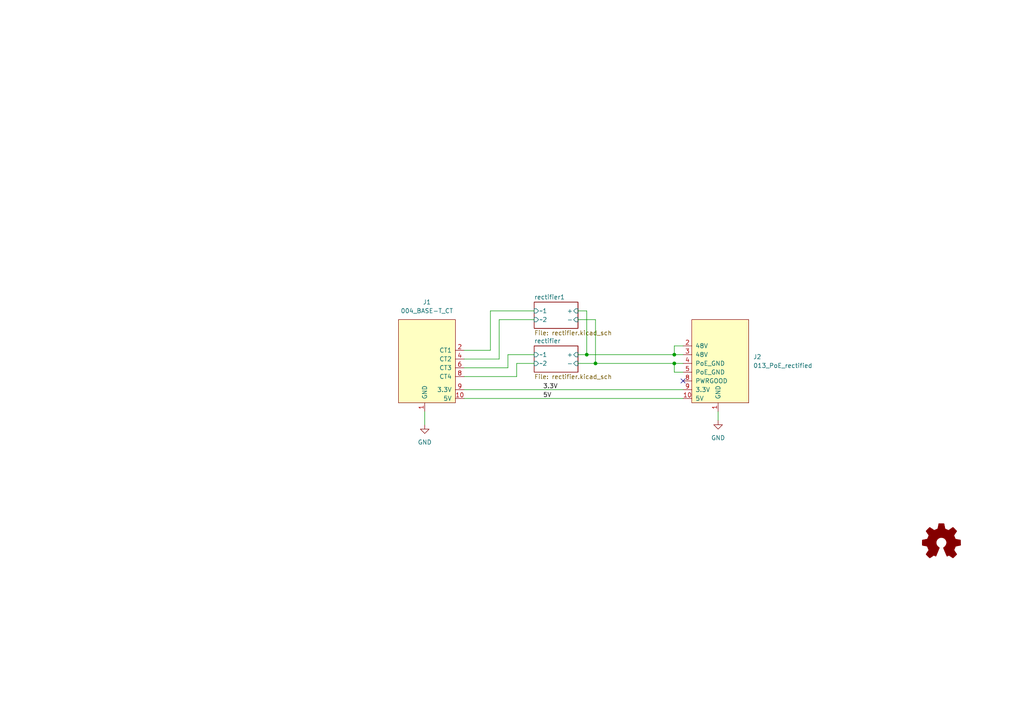
<source format=kicad_sch>
(kicad_sch (version 20230121) (generator eeschema)

  (uuid 57732dd3-1162-4c3f-88bd-31bf473d124d)

  (paper "A4")

  (lib_symbols
    (symbol "Graphic:Logo_Open_Hardware_Small" (pin_names (offset 1.016)) (in_bom yes) (on_board yes)
      (property "Reference" "#LOGO" (at 0 6.985 0)
        (effects (font (size 1.27 1.27)) hide)
      )
      (property "Value" "Logo_Open_Hardware_Small" (at 0 -5.715 0)
        (effects (font (size 1.27 1.27)) hide)
      )
      (property "Footprint" "" (at 0 0 0)
        (effects (font (size 1.27 1.27)) hide)
      )
      (property "Datasheet" "~" (at 0 0 0)
        (effects (font (size 1.27 1.27)) hide)
      )
      (property "ki_keywords" "Logo" (at 0 0 0)
        (effects (font (size 1.27 1.27)) hide)
      )
      (property "ki_description" "Open Hardware logo, small" (at 0 0 0)
        (effects (font (size 1.27 1.27)) hide)
      )
      (symbol "Logo_Open_Hardware_Small_0_1"
        (polyline
          (pts
            (xy 3.3528 -4.3434)
            (xy 3.302 -4.318)
            (xy 3.175 -4.2418)
            (xy 2.9972 -4.1148)
            (xy 2.7686 -3.9624)
            (xy 2.54 -3.81)
            (xy 2.3622 -3.7084)
            (xy 2.2352 -3.6068)
            (xy 2.1844 -3.5814)
            (xy 2.159 -3.6068)
            (xy 2.0574 -3.6576)
            (xy 1.905 -3.7338)
            (xy 1.8034 -3.7846)
            (xy 1.6764 -3.8354)
            (xy 1.6002 -3.8354)
            (xy 1.6002 -3.8354)
            (xy 1.5494 -3.7338)
            (xy 1.4732 -3.5306)
            (xy 1.3462 -3.302)
            (xy 1.2446 -3.0226)
            (xy 1.1176 -2.7178)
            (xy 0.9652 -2.413)
            (xy 0.8636 -2.1082)
            (xy 0.7366 -1.8288)
            (xy 0.6604 -1.6256)
            (xy 0.6096 -1.4732)
            (xy 0.5842 -1.397)
            (xy 0.5842 -1.397)
            (xy 0.6604 -1.3208)
            (xy 0.7874 -1.2446)
            (xy 1.0414 -1.016)
            (xy 1.2954 -0.6858)
            (xy 1.4478 -0.3302)
            (xy 1.524 0.0762)
            (xy 1.4732 0.4572)
            (xy 1.3208 0.8128)
            (xy 1.0668 1.143)
            (xy 0.762 1.3716)
            (xy 0.4064 1.524)
            (xy 0 1.5748)
            (xy -0.381 1.5494)
            (xy -0.7366 1.397)
            (xy -1.0668 1.143)
            (xy -1.2192 0.9906)
            (xy -1.397 0.6604)
            (xy -1.524 0.3048)
            (xy -1.524 0.2286)
            (xy -1.4986 -0.1778)
            (xy -1.397 -0.5334)
            (xy -1.1938 -0.8636)
            (xy -0.9144 -1.143)
            (xy -0.8636 -1.1684)
            (xy -0.7366 -1.27)
            (xy -0.635 -1.3462)
            (xy -0.5842 -1.397)
            (xy -1.0668 -2.5908)
            (xy -1.143 -2.794)
            (xy -1.2954 -3.1242)
            (xy -1.397 -3.4036)
            (xy -1.4986 -3.6322)
            (xy -1.5748 -3.7846)
            (xy -1.6002 -3.8354)
            (xy -1.6002 -3.8354)
            (xy -1.651 -3.8354)
            (xy -1.7272 -3.81)
            (xy -1.905 -3.7338)
            (xy -2.0066 -3.683)
            (xy -2.1336 -3.6068)
            (xy -2.2098 -3.5814)
            (xy -2.2606 -3.6068)
            (xy -2.3622 -3.683)
            (xy -2.54 -3.81)
            (xy -2.7686 -3.9624)
            (xy -2.9718 -4.0894)
            (xy -3.1496 -4.2164)
            (xy -3.302 -4.318)
            (xy -3.3528 -4.3434)
            (xy -3.3782 -4.3434)
            (xy -3.429 -4.318)
            (xy -3.5306 -4.2164)
            (xy -3.7084 -4.064)
            (xy -3.937 -3.8354)
            (xy -3.9624 -3.81)
            (xy -4.1656 -3.6068)
            (xy -4.318 -3.4544)
            (xy -4.4196 -3.3274)
            (xy -4.445 -3.2766)
            (xy -4.445 -3.2766)
            (xy -4.4196 -3.2258)
            (xy -4.318 -3.0734)
            (xy -4.2164 -2.8956)
            (xy -4.064 -2.667)
            (xy -3.6576 -2.0828)
            (xy -3.8862 -1.5494)
            (xy -3.937 -1.3716)
            (xy -4.0386 -1.1684)
            (xy -4.0894 -1.0414)
            (xy -4.1148 -0.9652)
            (xy -4.191 -0.9398)
            (xy -4.318 -0.9144)
            (xy -4.5466 -0.8636)
            (xy -4.8006 -0.8128)
            (xy -5.0546 -0.7874)
            (xy -5.2578 -0.7366)
            (xy -5.4356 -0.7112)
            (xy -5.5118 -0.6858)
            (xy -5.5118 -0.6858)
            (xy -5.5372 -0.635)
            (xy -5.5372 -0.5588)
            (xy -5.5372 -0.4318)
            (xy -5.5626 -0.2286)
            (xy -5.5626 0.0762)
            (xy -5.5626 0.127)
            (xy -5.5372 0.4064)
            (xy -5.5372 0.635)
            (xy -5.5372 0.762)
            (xy -5.5372 0.8382)
            (xy -5.5372 0.8382)
            (xy -5.461 0.8382)
            (xy -5.3086 0.889)
            (xy -5.08 0.9144)
            (xy -4.826 0.9652)
            (xy -4.8006 0.9906)
            (xy -4.5466 1.0414)
            (xy -4.318 1.0668)
            (xy -4.1656 1.1176)
            (xy -4.0894 1.143)
            (xy -4.0894 1.143)
            (xy -4.0386 1.2446)
            (xy -3.9624 1.4224)
            (xy -3.8608 1.6256)
            (xy -3.7846 1.8288)
            (xy -3.7084 2.0066)
            (xy -3.6576 2.159)
            (xy -3.6322 2.2098)
            (xy -3.6322 2.2098)
            (xy -3.683 2.286)
            (xy -3.7592 2.413)
            (xy -3.8862 2.5908)
            (xy -4.064 2.8194)
            (xy -4.064 2.8448)
            (xy -4.2164 3.0734)
            (xy -4.3434 3.2512)
            (xy -4.4196 3.3782)
            (xy -4.445 3.4544)
            (xy -4.445 3.4544)
            (xy -4.3942 3.5052)
            (xy -4.2926 3.6322)
            (xy -4.1148 3.81)
            (xy -3.937 4.0132)
            (xy -3.8608 4.064)
            (xy -3.6576 4.2926)
            (xy -3.5052 4.4196)
            (xy -3.4036 4.4958)
            (xy -3.3528 4.5212)
            (xy -3.3528 4.5212)
            (xy -3.302 4.4704)
            (xy -3.1496 4.3688)
            (xy -2.9718 4.2418)
            (xy -2.7432 4.0894)
            (xy -2.7178 4.0894)
            (xy -2.4892 3.937)
            (xy -2.3114 3.81)
            (xy -2.1844 3.7084)
            (xy -2.1336 3.683)
            (xy -2.1082 3.683)
            (xy -2.032 3.7084)
            (xy -1.8542 3.7592)
            (xy -1.6764 3.8354)
            (xy -1.4732 3.937)
            (xy -1.27 4.0132)
            (xy -1.143 4.064)
            (xy -1.0668 4.1148)
            (xy -1.0668 4.1148)
            (xy -1.0414 4.191)
            (xy -1.016 4.3434)
            (xy -0.9652 4.572)
            (xy -0.9144 4.8514)
            (xy -0.889 4.9022)
            (xy -0.8382 5.1562)
            (xy -0.8128 5.3848)
            (xy -0.7874 5.5372)
            (xy -0.762 5.588)
            (xy -0.7112 5.6134)
            (xy -0.5842 5.6134)
            (xy -0.4064 5.6134)
            (xy -0.1524 5.6134)
            (xy 0.0762 5.6134)
            (xy 0.3302 5.6134)
            (xy 0.5334 5.6134)
            (xy 0.6858 5.588)
            (xy 0.7366 5.588)
            (xy 0.7366 5.588)
            (xy 0.762 5.5118)
            (xy 0.8128 5.334)
            (xy 0.8382 5.1054)
            (xy 0.9144 4.826)
            (xy 0.9144 4.7752)
            (xy 0.9652 4.5212)
            (xy 1.016 4.2926)
            (xy 1.0414 4.1402)
            (xy 1.0668 4.0894)
            (xy 1.0668 4.0894)
            (xy 1.1938 4.0386)
            (xy 1.3716 3.9624)
            (xy 1.5748 3.8608)
            (xy 2.0828 3.6576)
            (xy 2.7178 4.0894)
            (xy 2.7686 4.1402)
            (xy 2.9972 4.2926)
            (xy 3.175 4.4196)
            (xy 3.302 4.4958)
            (xy 3.3782 4.5212)
            (xy 3.3782 4.5212)
            (xy 3.429 4.4704)
            (xy 3.556 4.3434)
            (xy 3.7338 4.191)
            (xy 3.9116 3.9878)
            (xy 4.064 3.8354)
            (xy 4.2418 3.6576)
            (xy 4.3434 3.556)
            (xy 4.4196 3.4798)
            (xy 4.4196 3.429)
            (xy 4.4196 3.4036)
            (xy 4.3942 3.3274)
            (xy 4.2926 3.2004)
            (xy 4.1656 2.9972)
            (xy 4.0132 2.794)
            (xy 3.8862 2.5908)
            (xy 3.7592 2.3876)
            (xy 3.6576 2.2352)
            (xy 3.6322 2.159)
            (xy 3.6322 2.1336)
            (xy 3.683 2.0066)
            (xy 3.7592 1.8288)
            (xy 3.8608 1.6002)
            (xy 4.064 1.1176)
            (xy 4.3942 1.0414)
            (xy 4.5974 1.016)
            (xy 4.8768 0.9652)
            (xy 5.1308 0.9144)
            (xy 5.5372 0.8382)
            (xy 5.5626 -0.6604)
            (xy 5.4864 -0.6858)
            (xy 5.4356 -0.6858)
            (xy 5.2832 -0.7366)
            (xy 5.0546 -0.762)
            (xy 4.8006 -0.8128)
            (xy 4.5974 -0.8636)
            (xy 4.3688 -0.9144)
            (xy 4.2164 -0.9398)
            (xy 4.1402 -0.9398)
            (xy 4.1148 -0.9652)
            (xy 4.064 -1.0668)
            (xy 3.9878 -1.2446)
            (xy 3.9116 -1.4478)
            (xy 3.81 -1.651)
            (xy 3.7338 -1.8542)
            (xy 3.683 -2.0066)
            (xy 3.6576 -2.0828)
            (xy 3.683 -2.1336)
            (xy 3.7846 -2.2606)
            (xy 3.8862 -2.4638)
            (xy 4.0386 -2.667)
            (xy 4.191 -2.8956)
            (xy 4.318 -3.0734)
            (xy 4.3942 -3.2004)
            (xy 4.445 -3.2766)
            (xy 4.4196 -3.3274)
            (xy 4.3434 -3.429)
            (xy 4.1656 -3.5814)
            (xy 3.937 -3.8354)
            (xy 3.8862 -3.8608)
            (xy 3.683 -4.064)
            (xy 3.5306 -4.2164)
            (xy 3.4036 -4.318)
            (xy 3.3528 -4.3434)
          )
          (stroke (width 0) (type default))
          (fill (type outline))
        )
      )
    )
    (symbol "power:GND" (power) (pin_names (offset 0)) (in_bom yes) (on_board yes)
      (property "Reference" "#PWR" (at 0 -6.35 0)
        (effects (font (size 1.27 1.27)) hide)
      )
      (property "Value" "GND" (at 0 -3.81 0)
        (effects (font (size 1.27 1.27)))
      )
      (property "Footprint" "" (at 0 0 0)
        (effects (font (size 1.27 1.27)) hide)
      )
      (property "Datasheet" "" (at 0 0 0)
        (effects (font (size 1.27 1.27)) hide)
      )
      (property "ki_keywords" "power-flag" (at 0 0 0)
        (effects (font (size 1.27 1.27)) hide)
      )
      (property "ki_description" "Power symbol creates a global label with name \"GND\" , ground" (at 0 0 0)
        (effects (font (size 1.27 1.27)) hide)
      )
      (symbol "GND_0_1"
        (polyline
          (pts
            (xy 0 0)
            (xy 0 -1.27)
            (xy 1.27 -1.27)
            (xy 0 -2.54)
            (xy -1.27 -1.27)
            (xy 0 -1.27)
          )
          (stroke (width 0) (type default))
          (fill (type none))
        )
      )
      (symbol "GND_1_1"
        (pin power_in line (at 0 0 270) (length 0) hide
          (name "GND" (effects (font (size 1.27 1.27))))
          (number "1" (effects (font (size 1.27 1.27))))
        )
      )
    )
    (symbol "put_on_edge:004_BASE-T_CT" (pin_names (offset 1.016)) (in_bom yes) (on_board yes)
      (property "Reference" "J" (at -2.54 13.97 0)
        (effects (font (size 1.27 1.27)))
      )
      (property "Value" "004_BASE-T_CT" (at 8.89 13.97 0)
        (effects (font (size 1.27 1.27)))
      )
      (property "Footprint" "" (at 7.62 16.51 0)
        (effects (font (size 1.27 1.27)) hide)
      )
      (property "Datasheet" "" (at 7.62 16.51 0)
        (effects (font (size 1.27 1.27)) hide)
      )
      (symbol "004_BASE-T_CT_0_1"
        (rectangle (start -8.89 12.7) (end 7.62 -11.43)
          (stroke (width 0) (type default))
          (fill (type background))
        )
      )
      (symbol "004_BASE-T_CT_1_1"
        (pin power_in line (at 0 -13.97 90) (length 2.54)
          (name "GND" (effects (font (size 1.27 1.27))))
          (number "1" (effects (font (size 1.27 1.27))))
        )
        (pin power_in line (at -11.43 -10.16 0) (length 2.54)
          (name "5V" (effects (font (size 1.27 1.27))))
          (number "10" (effects (font (size 1.27 1.27))))
        )
        (pin bidirectional line (at -11.43 3.81 0) (length 2.54)
          (name "CT1" (effects (font (size 1.27 1.27))))
          (number "2" (effects (font (size 1.27 1.27))))
        )
        (pin bidirectional line (at -11.43 1.27 0) (length 2.54)
          (name "CT2" (effects (font (size 1.27 1.27))))
          (number "4" (effects (font (size 1.27 1.27))))
        )
        (pin bidirectional line (at -11.43 -1.27 0) (length 2.54)
          (name "CT3" (effects (font (size 1.27 1.27))))
          (number "6" (effects (font (size 1.27 1.27))))
        )
        (pin bidirectional line (at -11.43 -3.81 0) (length 2.54)
          (name "CT4" (effects (font (size 1.27 1.27))))
          (number "8" (effects (font (size 1.27 1.27))))
        )
        (pin power_in line (at -11.43 -7.62 0) (length 2.54)
          (name "3.3V" (effects (font (size 1.27 1.27))))
          (number "9" (effects (font (size 1.27 1.27))))
        )
      )
    )
    (symbol "put_on_edge:013_PoE_rectified" (pin_names (offset 1.016)) (in_bom yes) (on_board yes)
      (property "Reference" "J" (at -2.54 13.97 0)
        (effects (font (size 1.27 1.27)))
      )
      (property "Value" "013_PoE_rectified" (at 8.89 13.97 0)
        (effects (font (size 1.27 1.27)))
      )
      (property "Footprint" "" (at 7.62 16.51 0)
        (effects (font (size 1.27 1.27)) hide)
      )
      (property "Datasheet" "" (at 7.62 16.51 0)
        (effects (font (size 1.27 1.27)) hide)
      )
      (symbol "013_PoE_rectified_0_1"
        (rectangle (start -8.89 12.7) (end 7.62 -11.43)
          (stroke (width 0) (type default))
          (fill (type background))
        )
      )
      (symbol "013_PoE_rectified_1_1"
        (pin power_in line (at -1.27 -13.97 90) (length 2.54)
          (name "GND" (effects (font (size 1.27 1.27))))
          (number "1" (effects (font (size 1.27 1.27))))
        )
        (pin power_in line (at -11.43 -10.16 0) (length 2.54)
          (name "5V" (effects (font (size 1.27 1.27))))
          (number "10" (effects (font (size 1.27 1.27))))
        )
        (pin bidirectional line (at -11.43 5.08 0) (length 2.54)
          (name "48V" (effects (font (size 1.27 1.27))))
          (number "2" (effects (font (size 1.27 1.27))))
        )
        (pin bidirectional line (at -11.43 2.54 0) (length 2.54)
          (name "48V" (effects (font (size 1.27 1.27))))
          (number "3" (effects (font (size 1.27 1.27))))
        )
        (pin power_in line (at -11.43 0 0) (length 2.54)
          (name "PoE_GND" (effects (font (size 1.27 1.27))))
          (number "4" (effects (font (size 1.27 1.27))))
        )
        (pin power_in line (at -11.43 -2.54 0) (length 2.54)
          (name "PoE_GND" (effects (font (size 1.27 1.27))))
          (number "5" (effects (font (size 1.27 1.27))))
        )
        (pin bidirectional line (at -11.43 -5.08 0) (length 2.54)
          (name "PWRGOOD" (effects (font (size 1.27 1.27))))
          (number "8" (effects (font (size 1.27 1.27))))
        )
        (pin power_in line (at -11.43 -7.62 0) (length 2.54)
          (name "3.3V" (effects (font (size 1.27 1.27))))
          (number "9" (effects (font (size 1.27 1.27))))
        )
      )
    )
  )

  (junction (at 172.72 105.41) (diameter 0) (color 0 0 0 0)
    (uuid 08d4fabd-3a17-49a5-9383-bd82d07f58d2)
  )
  (junction (at 195.58 102.87) (diameter 0) (color 0 0 0 0)
    (uuid 32327da4-320e-42e9-a9e7-606bbfc363c2)
  )
  (junction (at 170.18 102.87) (diameter 0) (color 0 0 0 0)
    (uuid 454f829b-a10c-4f68-aa3e-142f69f220ea)
  )
  (junction (at 195.58 105.41) (diameter 0) (color 0 0 0 0)
    (uuid 45cdfb25-d890-46fe-bdd4-2c45fec7090e)
  )

  (no_connect (at 198.12 110.49) (uuid 14008992-6816-4d5d-9a73-4b178eeaeadb))

  (wire (pts (xy 142.24 101.6) (xy 142.24 90.17))
    (stroke (width 0) (type default))
    (uuid 09f6d4e4-9611-43ef-8713-88bb92ccb075)
  )
  (wire (pts (xy 134.62 106.68) (xy 147.32 106.68))
    (stroke (width 0) (type default))
    (uuid 0bfe758d-5c78-4733-945a-1485dc2d88d1)
  )
  (wire (pts (xy 167.64 102.87) (xy 170.18 102.87))
    (stroke (width 0) (type default))
    (uuid 0cdd1c37-61a3-4b70-8c4d-2f91c436b6f6)
  )
  (wire (pts (xy 170.18 102.87) (xy 195.58 102.87))
    (stroke (width 0) (type default))
    (uuid 154c8322-829b-40cb-bdab-e8070a88660a)
  )
  (wire (pts (xy 134.62 113.03) (xy 198.12 113.03))
    (stroke (width 0) (type default))
    (uuid 23639744-8380-44c4-b6c5-af15e51e51be)
  )
  (wire (pts (xy 208.28 119.38) (xy 208.28 121.92))
    (stroke (width 0) (type default))
    (uuid 24311863-9aa3-4571-b25c-74852896c4d9)
  )
  (wire (pts (xy 198.12 107.95) (xy 195.58 107.95))
    (stroke (width 0) (type default))
    (uuid 2fd7d464-30ce-4f5a-a931-0579a8649fdb)
  )
  (wire (pts (xy 149.86 109.22) (xy 149.86 105.41))
    (stroke (width 0) (type default))
    (uuid 33bd4cc8-cb25-478b-9f35-576397e373f2)
  )
  (wire (pts (xy 167.64 90.17) (xy 170.18 90.17))
    (stroke (width 0) (type default))
    (uuid 39adb98d-0cd0-4917-b9bb-c064ee64271f)
  )
  (wire (pts (xy 172.72 105.41) (xy 195.58 105.41))
    (stroke (width 0) (type default))
    (uuid 4278b5d5-43a0-46e2-99c6-301585d022fd)
  )
  (wire (pts (xy 123.19 119.38) (xy 123.19 123.19))
    (stroke (width 0) (type default))
    (uuid 472be615-0909-4ddc-bffa-33363340f8b8)
  )
  (wire (pts (xy 167.64 92.71) (xy 172.72 92.71))
    (stroke (width 0) (type default))
    (uuid 49345a91-6330-4990-bc7a-9249a2539496)
  )
  (wire (pts (xy 134.62 104.14) (xy 144.78 104.14))
    (stroke (width 0) (type default))
    (uuid 4e48b270-6bb7-444e-9624-75736d310637)
  )
  (wire (pts (xy 167.64 105.41) (xy 172.72 105.41))
    (stroke (width 0) (type default))
    (uuid 59cc1d58-650a-4b0c-b6cb-c90bd0d2f064)
  )
  (wire (pts (xy 195.58 107.95) (xy 195.58 105.41))
    (stroke (width 0) (type default))
    (uuid 67f4b7fc-5e78-46fe-bcbf-74e6adaa66eb)
  )
  (wire (pts (xy 134.62 115.57) (xy 198.12 115.57))
    (stroke (width 0) (type default))
    (uuid 69931bba-fac7-4629-af01-b0bc998db592)
  )
  (wire (pts (xy 147.32 106.68) (xy 147.32 102.87))
    (stroke (width 0) (type default))
    (uuid 6a207d7e-bee8-4148-b4e6-f1d8d6e3760d)
  )
  (wire (pts (xy 170.18 90.17) (xy 170.18 102.87))
    (stroke (width 0) (type default))
    (uuid 738b3c4b-be26-40e1-980f-83ec0bd2a637)
  )
  (wire (pts (xy 195.58 105.41) (xy 198.12 105.41))
    (stroke (width 0) (type default))
    (uuid 76adc1fc-a48a-4363-9ac4-4e557753965d)
  )
  (wire (pts (xy 149.86 105.41) (xy 154.94 105.41))
    (stroke (width 0) (type default))
    (uuid 7e429fa0-fbed-4011-8d94-007fefda58ac)
  )
  (wire (pts (xy 144.78 104.14) (xy 144.78 92.71))
    (stroke (width 0) (type default))
    (uuid 818fb792-5719-4b67-b0ec-905c3fe90d86)
  )
  (wire (pts (xy 134.62 101.6) (xy 142.24 101.6))
    (stroke (width 0) (type default))
    (uuid a4ffc4cb-49e8-4676-82fa-e88fd41174db)
  )
  (wire (pts (xy 198.12 100.33) (xy 195.58 100.33))
    (stroke (width 0) (type default))
    (uuid a5effeba-ac01-4968-abcd-e2d3f5e037ad)
  )
  (wire (pts (xy 195.58 102.87) (xy 198.12 102.87))
    (stroke (width 0) (type default))
    (uuid a86fbbf7-d19a-408c-88f6-e646021ee423)
  )
  (wire (pts (xy 147.32 102.87) (xy 154.94 102.87))
    (stroke (width 0) (type default))
    (uuid b488af21-a8ed-4b9f-b913-44942a007a23)
  )
  (wire (pts (xy 134.62 109.22) (xy 149.86 109.22))
    (stroke (width 0) (type default))
    (uuid bfb2bfba-1b6a-4f19-aafd-2ad5a999ee2d)
  )
  (wire (pts (xy 142.24 90.17) (xy 154.94 90.17))
    (stroke (width 0) (type default))
    (uuid c69be46a-5fe1-425b-9e67-3d73d481a875)
  )
  (wire (pts (xy 172.72 92.71) (xy 172.72 105.41))
    (stroke (width 0) (type default))
    (uuid da5801c3-df17-4182-8534-e1d49f714498)
  )
  (wire (pts (xy 144.78 92.71) (xy 154.94 92.71))
    (stroke (width 0) (type default))
    (uuid e9e6260e-13af-48fa-9662-032a18a20e53)
  )
  (wire (pts (xy 195.58 100.33) (xy 195.58 102.87))
    (stroke (width 0) (type default))
    (uuid f9ce918f-de4c-4b9b-9e24-b00f70826a34)
  )

  (label "3.3V" (at 157.48 113.03 0) (fields_autoplaced)
    (effects (font (size 1.27 1.27)) (justify left bottom))
    (uuid 1b053dd5-d218-492f-b406-658f72e2d8cc)
  )
  (label "5V" (at 157.48 115.57 0) (fields_autoplaced)
    (effects (font (size 1.27 1.27)) (justify left bottom))
    (uuid fdbba537-25ca-4ed8-a9fc-f5f801508ec0)
  )

  (symbol (lib_id "power:GND") (at 123.19 123.19 0) (unit 1)
    (in_bom yes) (on_board yes) (dnp no) (fields_autoplaced)
    (uuid 296198e3-e071-44aa-b30e-d8ee38d30582)
    (property "Reference" "#PWR01" (at 123.19 129.54 0)
      (effects (font (size 1.27 1.27)) hide)
    )
    (property "Value" "GND" (at 123.19 128.27 0)
      (effects (font (size 1.27 1.27)))
    )
    (property "Footprint" "" (at 123.19 123.19 0)
      (effects (font (size 1.27 1.27)) hide)
    )
    (property "Datasheet" "" (at 123.19 123.19 0)
      (effects (font (size 1.27 1.27)) hide)
    )
    (pin "1" (uuid c479241f-f7d5-4a26-9c16-34ecea7cf46f))
    (instances
      (project "board"
        (path "/57732dd3-1162-4c3f-88bd-31bf473d124d"
          (reference "#PWR01") (unit 1)
        )
      )
    )
  )

  (symbol (lib_id "put_on_edge:004_BASE-T_CT") (at 123.19 105.41 0) (mirror y) (unit 1)
    (in_bom yes) (on_board yes) (dnp no) (fields_autoplaced)
    (uuid 77e1a60e-87e8-4415-ab3a-5f557ad4932f)
    (property "Reference" "J1" (at 123.825 87.63 0)
      (effects (font (size 1.27 1.27)))
    )
    (property "Value" "004_BASE-T_CT" (at 123.825 90.17 0)
      (effects (font (size 1.27 1.27)))
    )
    (property "Footprint" "on_edge:on_edge_2x05_device" (at 115.57 88.9 0)
      (effects (font (size 1.27 1.27)) hide)
    )
    (property "Datasheet" "" (at 115.57 88.9 0)
      (effects (font (size 1.27 1.27)) hide)
    )
    (pin "1" (uuid 560455fd-c436-473a-a875-16a259a52600))
    (pin "10" (uuid d88e5c11-4e6d-4ac3-8140-57c9e6896939))
    (pin "2" (uuid 88e02b55-b7a3-45b7-9fdd-ca3deac4bd1a))
    (pin "4" (uuid c605bc42-e9eb-4bc0-bfb8-f69e7e34e527))
    (pin "6" (uuid 2f7bbd76-067a-4da5-922d-d8fc0017266d))
    (pin "8" (uuid 57253d5b-2d57-491d-89af-80f37563bfa3))
    (pin "9" (uuid 24724eff-ba7c-4c49-9ddb-ce1bcba54b49))
    (instances
      (project "board"
        (path "/57732dd3-1162-4c3f-88bd-31bf473d124d"
          (reference "J1") (unit 1)
        )
      )
    )
  )

  (symbol (lib_id "power:GND") (at 208.28 121.92 0) (unit 1)
    (in_bom yes) (on_board yes) (dnp no) (fields_autoplaced)
    (uuid 875339da-f08b-4d6c-9016-45e366e37df6)
    (property "Reference" "#PWR02" (at 208.28 128.27 0)
      (effects (font (size 1.27 1.27)) hide)
    )
    (property "Value" "GND" (at 208.28 127 0)
      (effects (font (size 1.27 1.27)))
    )
    (property "Footprint" "" (at 208.28 121.92 0)
      (effects (font (size 1.27 1.27)) hide)
    )
    (property "Datasheet" "" (at 208.28 121.92 0)
      (effects (font (size 1.27 1.27)) hide)
    )
    (pin "1" (uuid 70293424-1761-4a76-9add-ee8cdec3fa9f))
    (instances
      (project "board"
        (path "/57732dd3-1162-4c3f-88bd-31bf473d124d"
          (reference "#PWR02") (unit 1)
        )
      )
    )
  )

  (symbol (lib_id "Graphic:Logo_Open_Hardware_Small") (at 273.05 157.48 0) (unit 1)
    (in_bom yes) (on_board yes) (dnp no) (fields_autoplaced)
    (uuid b72b6f4a-7489-40f2-bb90-d75ae01aa368)
    (property "Reference" "LOGO1" (at 273.05 150.495 0)
      (effects (font (size 1.27 1.27)) hide)
    )
    (property "Value" "Logo_Open_Hardware_Small" (at 273.05 163.195 0)
      (effects (font (size 1.27 1.27)) hide)
    )
    (property "Footprint" "Symbol:OSHW-Symbol_6.7x6mm_SilkScreen" (at 273.05 157.48 0)
      (effects (font (size 1.27 1.27)) hide)
    )
    (property "Datasheet" "~" (at 273.05 157.48 0)
      (effects (font (size 1.27 1.27)) hide)
    )
    (instances
      (project "board"
        (path "/57732dd3-1162-4c3f-88bd-31bf473d124d"
          (reference "LOGO1") (unit 1)
        )
      )
    )
  )

  (symbol (lib_id "put_on_edge:013_PoE_rectified") (at 209.55 105.41 0) (unit 1)
    (in_bom yes) (on_board yes) (dnp no) (fields_autoplaced)
    (uuid d6862409-3cac-442e-abc0-0713f9c23eb2)
    (property "Reference" "J2" (at 218.44 103.5049 0)
      (effects (font (size 1.27 1.27)) (justify left))
    )
    (property "Value" "013_PoE_rectified" (at 218.44 106.0449 0)
      (effects (font (size 1.27 1.27)) (justify left))
    )
    (property "Footprint" "on_edge:on_edge_2x05_host" (at 217.17 88.9 0)
      (effects (font (size 1.27 1.27)) hide)
    )
    (property "Datasheet" "" (at 217.17 88.9 0)
      (effects (font (size 1.27 1.27)) hide)
    )
    (pin "1" (uuid b5b9a340-30d7-4615-8f14-66cc9c49a0c2))
    (pin "10" (uuid a8336b27-093a-4d05-8182-68bb4f4a742f))
    (pin "2" (uuid 294b56da-1efb-4d82-a68e-2bf02340aca3))
    (pin "3" (uuid 9b553eee-9fa2-4130-8cbd-58952be3472d))
    (pin "4" (uuid a7c856cc-916b-431a-b4c2-de5b0d90c963))
    (pin "5" (uuid 0a51b7ce-b535-4f44-8a4f-0dd8f6cd8235))
    (pin "9" (uuid 90df6a72-9679-4bed-a213-453ddba7bc32))
    (pin "8" (uuid 5745ff3c-28ef-48ba-ae3d-ea740c6f5c3a))
    (instances
      (project "board"
        (path "/57732dd3-1162-4c3f-88bd-31bf473d124d"
          (reference "J2") (unit 1)
        )
      )
    )
  )

  (sheet (at 154.94 87.63) (size 12.7 7.62) (fields_autoplaced)
    (stroke (width 0.1524) (type solid))
    (fill (color 0 0 0 0.0000))
    (uuid 02f1732a-4907-4360-b852-27275134251c)
    (property "Sheetname" "rectifier1" (at 154.94 86.9184 0)
      (effects (font (size 1.27 1.27)) (justify left bottom))
    )
    (property "Sheetfile" "rectifier.kicad_sch" (at 154.94 95.8346 0)
      (effects (font (size 1.27 1.27)) (justify left top))
    )
    (pin "+" input (at 167.64 90.17 0)
      (effects (font (size 1.27 1.27)) (justify right))
      (uuid 150b4d76-e6e4-48ff-877a-23bfec26478b)
    )
    (pin "~1" input (at 154.94 90.17 180)
      (effects (font (size 1.27 1.27)) (justify left))
      (uuid 3d1d8abe-6700-4c6d-90ea-c049c4df244c)
    )
    (pin "~2" input (at 154.94 92.71 180)
      (effects (font (size 1.27 1.27)) (justify left))
      (uuid 2161d33f-6622-4307-8dfe-bec0058ab448)
    )
    (pin "-" input (at 167.64 92.71 0)
      (effects (font (size 1.27 1.27)) (justify right))
      (uuid d46d366a-c29c-4823-96f0-922b772861ce)
    )
    (instances
      (project "board"
        (path "/57732dd3-1162-4c3f-88bd-31bf473d124d" (page "3"))
      )
    )
  )

  (sheet (at 154.94 100.33) (size 12.7 7.62) (fields_autoplaced)
    (stroke (width 0.1524) (type solid))
    (fill (color 0 0 0 0.0000))
    (uuid 767ce4c6-0e55-4543-92f0-34cb8237a544)
    (property "Sheetname" "rectifier" (at 154.94 99.6184 0)
      (effects (font (size 1.27 1.27)) (justify left bottom))
    )
    (property "Sheetfile" "rectifier.kicad_sch" (at 154.94 108.5346 0)
      (effects (font (size 1.27 1.27)) (justify left top))
    )
    (pin "+" input (at 167.64 102.87 0)
      (effects (font (size 1.27 1.27)) (justify right))
      (uuid 1b58ea2f-d54b-4acc-99fa-6d338d4dad68)
    )
    (pin "~1" input (at 154.94 102.87 180)
      (effects (font (size 1.27 1.27)) (justify left))
      (uuid 0096dd09-7e89-4dec-ae8f-73defb35ca46)
    )
    (pin "~2" input (at 154.94 105.41 180)
      (effects (font (size 1.27 1.27)) (justify left))
      (uuid 816e3a42-c140-4c9b-9d19-c46495ca1a31)
    )
    (pin "-" input (at 167.64 105.41 0)
      (effects (font (size 1.27 1.27)) (justify right))
      (uuid f62afdae-7beb-4044-a4cd-1ff431af17f0)
    )
    (instances
      (project "board"
        (path "/57732dd3-1162-4c3f-88bd-31bf473d124d" (page "2"))
      )
    )
  )

  (sheet_instances
    (path "/" (page "1"))
  )
)

</source>
